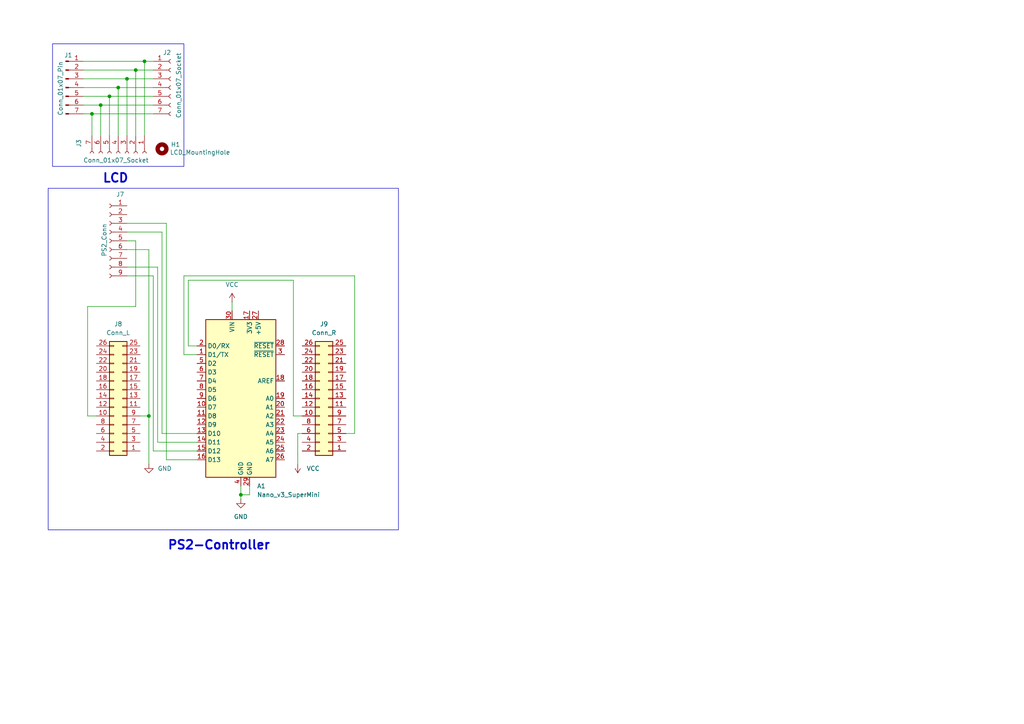
<source format=kicad_sch>
(kicad_sch (version 20250114) (generator "eeschema") (generator_version "9.0")
  (paper "A4")
  (lib_symbols
    (symbol "Connector:Conn_01x07_Pin" (pin_names (offset 1.016) (hide yes))
      (property "Reference" "J" (at 0 10.16 0))
      (property "Value" "Conn_01x07_Pin" (at 0 -10.16 0))
      (symbol "Conn_01x07_Pin_1_1"
        (rectangle (start 0.8636 7.747) (end 0 7.493) (stroke (width 0.1524)) (fill (type outline)))
        (rectangle (start 0.8636 5.207) (end 0 4.953) (stroke (width 0.1524)) (fill (type outline)))
        (rectangle (start 0.8636 2.667) (end 0 2.413) (stroke (width 0.1524)) (fill (type outline)))
        (rectangle (start 0.8636 0.127) (end 0 -0.127) (stroke (width 0.1524)) (fill (type outline)))
        (rectangle (start 0.8636 -2.413) (end 0 -2.667) (stroke (width 0.1524)) (fill (type outline)))
        (rectangle (start 0.8636 -4.953) (end 0 -5.207) (stroke (width 0.1524)) (fill (type outline)))
        (rectangle (start 0.8636 -7.493) (end 0 -7.747) (stroke (width 0.1524)) (fill (type outline)))
        (polyline (pts (xy 1.27 7.62) (xy 0.8636 7.62)) (stroke (width 0.1524)))
        (polyline (pts (xy 1.27 5.08) (xy 0.8636 5.08)) (stroke (width 0.1524)))
        (polyline (pts (xy 1.27 2.54) (xy 0.8636 2.54)) (stroke (width 0.1524)))
        (polyline (pts (xy 1.27 0) (xy 0.8636 0)) (stroke (width 0.1524)))
        (polyline (pts (xy 1.27 -2.54) (xy 0.8636 -2.54)) (stroke (width 0.1524)))
        (polyline (pts (xy 1.27 -5.08) (xy 0.8636 -5.08)) (stroke (width 0.1524)))
        (polyline (pts (xy 1.27 -7.62) (xy 0.8636 -7.62)) (stroke (width 0.1524)))
        (pin passive line (at 5.08 7.62 180) (length 3.81) (name "Pin_1") (number "1"))
        (pin passive line (at 5.08 5.08 180) (length 3.81) (name "Pin_2") (number "2"))
        (pin passive line (at 5.08 2.54 180) (length 3.81) (name "Pin_3") (number "3"))
        (pin passive line (at 5.08 0 180) (length 3.81) (name "Pin_4") (number "4"))
        (pin passive line (at 5.08 -2.54 180) (length 3.81) (name "Pin_5") (number "5"))
        (pin passive line (at 5.08 -5.08 180) (length 3.81) (name "Pin_6") (number "6"))
        (pin passive line (at 5.08 -7.62 180) (length 3.81) (name "Pin_7") (number "7"))
      )
    )
    (symbol "Connector:Conn_01x07_Socket" (pin_names (offset 1.016) (hide yes))
      (property "Reference" "J" (at 0 10.16 0))
      (property "Value" "Conn_01x07_Socket" (at 0 -10.16 0))
      (symbol "Conn_01x07_Socket_1_1"
        (polyline (pts (xy -1.27 7.62) (xy -0.508 7.62)) (stroke (width 0.1524)))
        (polyline (pts (xy -1.27 5.08) (xy -0.508 5.08)) (stroke (width 0.1524)))
        (polyline (pts (xy -1.27 2.54) (xy -0.508 2.54)) (stroke (width 0.1524)))
        (polyline (pts (xy -1.27 0) (xy -0.508 0)) (stroke (width 0.1524)))
        (polyline (pts (xy -1.27 -2.54) (xy -0.508 -2.54)) (stroke (width 0.1524)))
        (polyline (pts (xy -1.27 -5.08) (xy -0.508 -5.08)) (stroke (width 0.1524)))
        (polyline (pts (xy -1.27 -7.62) (xy -0.508 -7.62)) (stroke (width 0.1524)))
        (arc (start 0 7.112) (mid -0.5058 7.62) (end 0 8.128) (stroke (width 0.1524)))
        (arc (start 0 4.572) (mid -0.5058 5.08) (end 0 5.588) (stroke (width 0.1524)))
        (arc (start 0 2.032) (mid -0.5058 2.54) (end 0 3.048) (stroke (width 0.1524)))
        (arc (start 0 -0.508) (mid -0.5058 0) (end 0 0.508) (stroke (width 0.1524)))
        (arc (start 0 -3.048) (mid -0.5058 -2.54) (end 0 -2.032) (stroke (width 0.1524)))
        (arc (start 0 -5.588) (mid -0.5058 -5.08) (end 0 -4.572) (stroke (width 0.1524)))
        (arc (start 0 -8.128) (mid -0.5058 -7.62) (end 0 -7.112) (stroke (width 0.1524)))
        (pin passive line (at -5.08 7.62 0) (length 3.81) (name "Pin_1") (number "1"))
        (pin passive line (at -5.08 5.08 0) (length 3.81) (name "Pin_2") (number "2"))
        (pin passive line (at -5.08 2.54 0) (length 3.81) (name "Pin_3") (number "3"))
        (pin passive line (at -5.08 0 0) (length 3.81) (name "Pin_4") (number "4"))
        (pin passive line (at -5.08 -2.54 0) (length 3.81) (name "Pin_5") (number "5"))
        (pin passive line (at -5.08 -5.08 0) (length 3.81) (name "Pin_6") (number "6"))
        (pin passive line (at -5.08 -7.62 0) (length 3.81) (name "Pin_7") (number "7"))
      )
    )
    (symbol "Connector:Conn_01x09_Socket" (pin_names (offset 1.016) (hide yes))
      (property "Reference" "J" (at 0 12.7 0))
      (property "Value" "Conn_01x09_Socket" (at 0 -12.7 0))
      (symbol "Conn_01x09_Socket_1_1"
        (polyline (pts (xy -1.27 10.16) (xy -0.508 10.16)) (stroke (width 0.1524)))
        (polyline (pts (xy -1.27 7.62) (xy -0.508 7.62)) (stroke (width 0.1524)))
        (polyline (pts (xy -1.27 5.08) (xy -0.508 5.08)) (stroke (width 0.1524)))
        (polyline (pts (xy -1.27 2.54) (xy -0.508 2.54)) (stroke (width 0.1524)))
        (polyline (pts (xy -1.27 0) (xy -0.508 0)) (stroke (width 0.1524)))
        (polyline (pts (xy -1.27 -2.54) (xy -0.508 -2.54)) (stroke (width 0.1524)))
        (polyline (pts (xy -1.27 -5.08) (xy -0.508 -5.08)) (stroke (width 0.1524)))
        (polyline (pts (xy -1.27 -7.62) (xy -0.508 -7.62)) (stroke (width 0.1524)))
        (polyline (pts (xy -1.27 -10.16) (xy -0.508 -10.16)) (stroke (width 0.1524)))
        (arc (start 0 9.652) (mid -0.5058 10.16) (end 0 10.668) (stroke (width 0.1524)))
        (arc (start 0 7.112) (mid -0.5058 7.62) (end 0 8.128) (stroke (width 0.1524)))
        (arc (start 0 4.572) (mid -0.5058 5.08) (end 0 5.588) (stroke (width 0.1524)))
        (arc (start 0 2.032) (mid -0.5058 2.54) (end 0 3.048) (stroke (width 0.1524)))
        (arc (start 0 -0.508) (mid -0.5058 0) (end 0 0.508) (stroke (width 0.1524)))
        (arc (start 0 -3.048) (mid -0.5058 -2.54) (end 0 -2.032) (stroke (width 0.1524)))
        (arc (start 0 -5.588) (mid -0.5058 -5.08) (end 0 -4.572) (stroke (width 0.1524)))
        (arc (start 0 -8.128) (mid -0.5058 -7.62) (end 0 -7.112) (stroke (width 0.1524)))
        (arc (start 0 -10.668) (mid -0.5058 -10.16) (end 0 -9.652) (stroke (width 0.1524)))
        (pin passive line (at -5.08 10.16 0) (length 3.81) (name "Pin_1") (number "1"))
        (pin passive line (at -5.08 7.62 0) (length 3.81) (name "Pin_2") (number "2"))
        (pin passive line (at -5.08 5.08 0) (length 3.81) (name "Pin_3") (number "3"))
        (pin passive line (at -5.08 2.54 0) (length 3.81) (name "Pin_4") (number "4"))
        (pin passive line (at -5.08 0 0) (length 3.81) (name "Pin_5") (number "5"))
        (pin passive line (at -5.08 -2.54 0) (length 3.81) (name "Pin_6") (number "6"))
        (pin passive line (at -5.08 -5.08 0) (length 3.81) (name "Pin_7") (number "7"))
        (pin passive line (at -5.08 -7.62 0) (length 3.81) (name "Pin_8") (number "8"))
        (pin passive line (at -5.08 -10.16 0) (length 3.81) (name "Pin_9") (number "9"))
      )
    )
    (symbol "Connector_Generic:Conn_02x13_Odd_Even" (pin_names (offset 1.016) (hide yes))
      (property "Reference" "J" (at 1.27 17.78 0))
      (property "Value" "Conn_02x13_Odd_Even" (at 1.27 -17.78 0))
      (symbol "Conn_02x13_Odd_Even_1_1"
        (rectangle (start -1.27 16.51) (end 3.81 -16.51) (stroke (width 0.254)) (fill (type background)))
        (rectangle (start -1.27 15.367) (end 0 15.113) (stroke (width 0.1524)))
        (rectangle (start -1.27 12.827) (end 0 12.573) (stroke (width 0.1524)))
        (rectangle (start -1.27 10.287) (end 0 10.033) (stroke (width 0.1524)))
        (rectangle (start -1.27 7.747) (end 0 7.493) (stroke (width 0.1524)))
        (rectangle (start -1.27 5.207) (end 0 4.953) (stroke (width 0.1524)))
        (rectangle (start -1.27 2.667) (end 0 2.413) (stroke (width 0.1524)))
        (rectangle (start -1.27 0.127) (end 0 -0.127) (stroke (width 0.1524)))
        (rectangle (start -1.27 -2.413) (end 0 -2.667) (stroke (width 0.1524)))
        (rectangle (start -1.27 -4.953) (end 0 -5.207) (stroke (width 0.1524)))
        (rectangle (start -1.27 -7.493) (end 0 -7.747) (stroke (width 0.1524)))
        (rectangle (start -1.27 -10.033) (end 0 -10.287) (stroke (width 0.1524)))
        (rectangle (start -1.27 -12.573) (end 0 -12.827) (stroke (width 0.1524)))
        (rectangle (start -1.27 -15.113) (end 0 -15.367) (stroke (width 0.1524)))
        (rectangle (start 3.81 15.367) (end 2.54 15.113) (stroke (width 0.1524)))
        (rectangle (start 3.81 12.827) (end 2.54 12.573) (stroke (width 0.1524)))
        (rectangle (start 3.81 10.287) (end 2.54 10.033) (stroke (width 0.1524)))
        (rectangle (start 3.81 7.747) (end 2.54 7.493) (stroke (width 0.1524)))
        (rectangle (start 3.81 5.207) (end 2.54 4.953) (stroke (width 0.1524)))
        (rectangle (start 3.81 2.667) (end 2.54 2.413) (stroke (width 0.1524)))
        (rectangle (start 3.81 0.127) (end 2.54 -0.127) (stroke (width 0.1524)))
        (rectangle (start 3.81 -2.413) (end 2.54 -2.667) (stroke (width 0.1524)))
        (rectangle (start 3.81 -4.953) (end 2.54 -5.207) (stroke (width 0.1524)))
        (rectangle (start 3.81 -7.493) (end 2.54 -7.747) (stroke (width 0.1524)))
        (rectangle (start 3.81 -10.033) (end 2.54 -10.287) (stroke (width 0.1524)))
        (rectangle (start 3.81 -12.573) (end 2.54 -12.827) (stroke (width 0.1524)))
        (rectangle (start 3.81 -15.113) (end 2.54 -15.367) (stroke (width 0.1524)))
        (pin passive line (at -5.08 15.24 0) (length 3.81) (name "Pin_1") (number "1"))
        (pin passive line (at -5.08 12.7 0) (length 3.81) (name "Pin_3") (number "3"))
        (pin passive line (at -5.08 10.16 0) (length 3.81) (name "Pin_5") (number "5"))
        (pin passive line (at -5.08 7.62 0) (length 3.81) (name "Pin_7") (number "7"))
        (pin passive line (at -5.08 5.08 0) (length 3.81) (name "Pin_9") (number "9"))
        (pin passive line (at -5.08 2.54 0) (length 3.81) (name "Pin_11") (number "11"))
        (pin passive line (at -5.08 0 0) (length 3.81) (name "Pin_13") (number "13"))
        (pin passive line (at -5.08 -2.54 0) (length 3.81) (name "Pin_15") (number "15"))
        (pin passive line (at -5.08 -5.08 0) (length 3.81) (name "Pin_17") (number "17"))
        (pin passive line (at -5.08 -7.62 0) (length 3.81) (name "Pin_19") (number "19"))
        (pin passive line (at -5.08 -10.16 0) (length 3.81) (name "Pin_21") (number "21"))
        (pin passive line (at -5.08 -12.7 0) (length 3.81) (name "Pin_23") (number "23"))
        (pin passive line (at -5.08 -15.24 0) (length 3.81) (name "Pin_25") (number "25"))
        (pin passive line (at 7.62 15.24 180) (length 3.81) (name "Pin_2") (number "2"))
        (pin passive line (at 7.62 12.7 180) (length 3.81) (name "Pin_4") (number "4"))
        (pin passive line (at 7.62 10.16 180) (length 3.81) (name "Pin_6") (number "6"))
        (pin passive line (at 7.62 7.62 180) (length 3.81) (name "Pin_8") (number "8"))
        (pin passive line (at 7.62 5.08 180) (length 3.81) (name "Pin_10") (number "10"))
        (pin passive line (at 7.62 2.54 180) (length 3.81) (name "Pin_12") (number "12"))
        (pin passive line (at 7.62 0 180) (length 3.81) (name "Pin_14") (number "14"))
        (pin passive line (at 7.62 -2.54 180) (length 3.81) (name "Pin_16") (number "16"))
        (pin passive line (at 7.62 -5.08 180) (length 3.81) (name "Pin_18") (number "18"))
        (pin passive line (at 7.62 -7.62 180) (length 3.81) (name "Pin_20") (number "20"))
        (pin passive line (at 7.62 -10.16 180) (length 3.81) (name "Pin_22") (number "22"))
        (pin passive line (at 7.62 -12.7 180) (length 3.81) (name "Pin_24") (number "24"))
        (pin passive line (at 7.62 -15.24 180) (length 3.81) (name "Pin_26") (number "26"))
      )
    )
    (symbol "MCU_Module:Arduino_Nano_v3.x"
      (property "Reference" "A" (at -10.16 23.495 0))
      (property "Value" "Arduino_Nano_v3.x" (at 5.08 -24.13 0))
      (symbol "Arduino_Nano_v3.x_0_1"
        (rectangle (start -10.16 22.86) (end 10.16 -22.86) (stroke (width 0.254)) (fill (type background)))
      )
      (symbol "Arduino_Nano_v3.x_1_1"
        (pin bidirectional line (at -12.7 15.24 0) (length 2.54) (name "D0/RX") (number "2"))
        (pin bidirectional line (at -12.7 12.7 0) (length 2.54) (name "D1/TX") (number "1"))
        (pin bidirectional line (at -12.7 10.16 0) (length 2.54) (name "D2") (number "5"))
        (pin bidirectional line (at -12.7 7.62 0) (length 2.54) (name "D3") (number "6"))
        (pin bidirectional line (at -12.7 5.08 0) (length 2.54) (name "D4") (number "7"))
        (pin bidirectional line (at -12.7 2.54 0) (length 2.54) (name "D5") (number "8"))
        (pin bidirectional line (at -12.7 0 0) (length 2.54) (name "D6") (number "9"))
        (pin bidirectional line (at -12.7 -2.54 0) (length 2.54) (name "D7") (number "10"))
        (pin bidirectional line (at -12.7 -5.08 0) (length 2.54) (name "D8") (number "11"))
        (pin bidirectional line (at -12.7 -7.62 0) (length 2.54) (name "D9") (number "12"))
        (pin bidirectional line (at -12.7 -10.16 0) (length 2.54) (name "D10") (number "13"))
        (pin bidirectional line (at -12.7 -12.7 0) (length 2.54) (name "D11") (number "14"))
        (pin bidirectional line (at -12.7 -15.24 0) (length 2.54) (name "D12") (number "15"))
        (pin bidirectional line (at -12.7 -17.78 0) (length 2.54) (name "D13") (number "16"))
        (pin power_in line (at -2.54 25.4 270) (length 2.54) (name "VIN") (number "30"))
        (pin power_in line (at 0 -25.4 90) (length 2.54) (name "GND") (number "4"))
        (pin power_out line (at 2.54 25.4 270) (length 2.54) (name "3V3") (number "17"))
        (pin power_in line (at 2.54 -25.4 90) (length 2.54) (name "GND") (number "29"))
        (pin power_out line (at 5.08 25.4 270) (length 2.54) (name "+5V") (number "27"))
        (pin input line (at 12.7 15.24 180) (length 2.54) (name "~{RESET}") (number "28"))
        (pin input line (at 12.7 12.7 180) (length 2.54) (name "~{RESET}") (number "3"))
        (pin input line (at 12.7 5.08 180) (length 2.54) (name "AREF") (number "18"))
        (pin bidirectional line (at 12.7 0 180) (length 2.54) (name "A0") (number "19"))
        (pin bidirectional line (at 12.7 -2.54 180) (length 2.54) (name "A1") (number "20"))
        (pin bidirectional line (at 12.7 -5.08 180) (length 2.54) (name "A2") (number "21"))
        (pin bidirectional line (at 12.7 -7.62 180) (length 2.54) (name "A3") (number "22"))
        (pin bidirectional line (at 12.7 -10.16 180) (length 2.54) (name "A4") (number "23"))
        (pin bidirectional line (at 12.7 -12.7 180) (length 2.54) (name "A5") (number "24"))
        (pin bidirectional line (at 12.7 -15.24 180) (length 2.54) (name "A6") (number "25"))
        (pin bidirectional line (at 12.7 -17.78 180) (length 2.54) (name "A7") (number "26"))
      )
    )
    (symbol "Mechanical:MountingHole" (pin_names (offset 1.016)) (in_bom no)
      (property "Reference" "H" (at 0 5.08 0))
      (property "Value" "MountingHole" (at 0 3.175 0))
      (symbol "MountingHole_0_1"
        (circle (center 0 0) (radius 1.27) (stroke (width 1.27)))
      )
    )
    (symbol "power:GND" (power) (pin_numbers (hide yes)) (pin_names (offset 0) (hide yes))
      (property "Value" "GND" (at 0 -3.81 0))
      (symbol "GND_0_1"
        (polyline (pts (xy 0 0) (xy 0 -1.27) (xy 1.27 -1.27) (xy 0 -2.54) (xy -1.27 -1.27) (xy 0 -1.27)))
      )
      (symbol "GND_1_1"
        (pin power_in line (at 0 0 270) (length 0) (name "~") (number "1"))
      )
    )
    (symbol "power:VCC" (power) (pin_numbers (hide yes)) (pin_names (offset 0) (hide yes))
      (property "Value" "VCC" (at 0 3.556 0))
      (symbol "VCC_0_1"
        (polyline (pts (xy -0.762 1.27) (xy 0 2.54)))
        (polyline (pts (xy 0 2.54) (xy 0.762 1.27)))
        (polyline (pts (xy 0 0) (xy 0 2.54)))
      )
      (symbol "VCC_1_1"
        (pin power_in line (at 0 0 90) (length 0) (name "~") (number "1"))
      )
    )
  )
  (rectangle (start 13.97 54.61) (end 115.57 153.67))
  (rectangle (start 15.24 12.7) (end 53.34 48.26))
  (text "LCD" (at 33.528 51.816 0) (effects (font (size 2.54 2.54) (thickness 0.508) (bold yes))))
  (text "PS2-Controller" (at 63.5 158.242 0) (effects (font (size 2.54 2.54) (thickness 0.508) (bold yes))))
  (junction (at 41.91 17.78))
  (junction (at 69.85 143.51))
  (junction (at 31.75 27.94))
  (junction (at 34.29 25.4))
  (junction (at 26.67 33.02))
  (junction (at 43.18 120.65))
  (junction (at 36.83 22.86))
  (junction (at 39.37 20.32))
  (junction (at 29.21 30.48))
  (wire (pts (xy 48.26 64.77) (xy 36.83 64.77)))
  (wire (pts (xy 86.36 125.73) (xy 86.36 134.62)))
  (wire (pts (xy 45.72 128.27) (xy 45.72 77.47)))
  (wire (pts (xy 44.45 80.01) (xy 36.83 80.01)))
  (wire (pts (xy 85.09 120.65) (xy 85.09 81.28)))
  (wire (pts (xy 48.26 133.35) (xy 48.26 64.77)))
  (wire (pts (xy 85.09 120.65) (xy 87.63 120.65)))
  (wire (pts (xy 31.75 27.94) (xy 31.75 39.37)))
  (wire (pts (xy 24.13 22.86) (xy 36.83 22.86)))
  (wire (pts (xy 34.29 25.4) (xy 34.29 39.37)))
  (wire (pts (xy 40.64 120.65) (xy 43.18 120.65)))
  (wire (pts (xy 39.37 20.32) (xy 39.37 39.37)))
  (wire (pts (xy 85.09 81.28) (xy 54.61 81.28)))
  (wire (pts (xy 39.37 69.85) (xy 39.37 88.9)))
  (wire (pts (xy 100.33 125.73) (xy 102.87 125.73)))
  (wire (pts (xy 39.37 20.32) (xy 44.45 20.32)))
  (wire (pts (xy 57.15 130.81) (xy 44.45 130.81)))
  (wire (pts (xy 41.91 17.78) (xy 41.91 39.37)))
  (wire (pts (xy 26.67 33.02) (xy 44.45 33.02)))
  (wire (pts (xy 53.34 80.01) (xy 53.34 102.87)))
  (wire (pts (xy 24.13 17.78) (xy 41.91 17.78)))
  (wire (pts (xy 29.21 30.48) (xy 29.21 39.37)))
  (wire (pts (xy 87.63 125.73) (xy 86.36 125.73)))
  (wire (pts (xy 102.87 125.73) (xy 102.87 80.01)))
  (wire (pts (xy 31.75 27.94) (xy 44.45 27.94)))
  (wire (pts (xy 67.31 87.63) (xy 67.31 90.17)))
  (wire (pts (xy 24.13 30.48) (xy 29.21 30.48)))
  (wire (pts (xy 36.83 22.86) (xy 36.83 39.37)))
  (wire (pts (xy 53.34 80.01) (xy 102.87 80.01)))
  (wire (pts (xy 57.15 128.27) (xy 45.72 128.27)))
  (wire (pts (xy 39.37 69.85) (xy 36.83 69.85)))
  (wire (pts (xy 25.4 88.9) (xy 25.4 120.65)))
  (wire (pts (xy 24.13 33.02) (xy 26.67 33.02)))
  (wire (pts (xy 39.37 88.9) (xy 25.4 88.9)))
  (wire (pts (xy 26.67 33.02) (xy 26.67 39.37)))
  (wire (pts (xy 72.39 143.51) (xy 69.85 143.51)))
  (wire (pts (xy 72.39 140.97) (xy 72.39 143.51)))
  (wire (pts (xy 24.13 25.4) (xy 34.29 25.4)))
  (wire (pts (xy 54.61 81.28) (xy 54.61 100.33)))
  (wire (pts (xy 69.85 143.51) (xy 69.85 144.78)))
  (wire (pts (xy 69.85 140.97) (xy 69.85 143.51)))
  (wire (pts (xy 44.45 130.81) (xy 44.45 80.01)))
  (wire (pts (xy 29.21 30.48) (xy 44.45 30.48)))
  (wire (pts (xy 41.91 17.78) (xy 44.45 17.78)))
  (wire (pts (xy 57.15 125.73) (xy 46.99 125.73)))
  (wire (pts (xy 24.13 27.94) (xy 31.75 27.94)))
  (wire (pts (xy 57.15 133.35) (xy 48.26 133.35)))
  (wire (pts (xy 46.99 67.31) (xy 36.83 67.31)))
  (wire (pts (xy 34.29 25.4) (xy 44.45 25.4)))
  (wire (pts (xy 43.18 120.65) (xy 43.18 134.62)))
  (wire (pts (xy 43.18 72.39) (xy 43.18 120.65)))
  (wire (pts (xy 36.83 22.86) (xy 44.45 22.86)))
  (wire (pts (xy 54.61 100.33) (xy 57.15 100.33)))
  (wire (pts (xy 27.94 120.65) (xy 25.4 120.65)))
  (wire (pts (xy 43.18 72.39) (xy 36.83 72.39)))
  (wire (pts (xy 45.72 77.47) (xy 36.83 77.47)))
  (wire (pts (xy 53.34 102.87) (xy 57.15 102.87)))
  (wire (pts (xy 46.99 125.73) (xy 46.99 67.31)))
  (wire (pts (xy 24.13 20.32) (xy 39.37 20.32)))
  (symbol (lib_id "Connector:Conn_01x07_Socket") (at 34.29 44.45 270) (unit 1)
    (property "Reference" "J3" (at 22.86 40.386 0) (effects (justify left)))
    (property "Value" "Conn_01x07_Socket" (at 24.13 46.482 90) (effects (justify left)))
    (property "Footprint" "Connector_PinSocket_2.54mm:PinSocket_1x07_P2.54mm_Vertical_SMD_Pin1Left" (effects (hide yes)))
    (property "Description" "Generic connector, single row, 01x07, script generated" (effects (hide yes)))
  )
  (symbol (lib_id "MCU_Module:Arduino_Nano_v3.x") (at 69.85 115.57 0) (unit 1)
    (property "Reference" "A1" (at 74.5333 140.97 0) (effects (justify left)))
    (property "Value" "Nano_v3_SuperMini" (at 74.5333 143.51 0) (effects (justify left)))
    (property "Footprint" "WsCK_Footprint_Library:Nano_V3_SuperMini" (effects (hide yes)))
    (property "Datasheet" "https://pl.aliexpress.com/item/1005006468917096.html" (effects (hide yes)))
    (property "Description" "Arduino Nano v3.x" (effects (hide yes)))
  )
  (symbol (lib_id "Connector:Conn_01x09_Socket") (at 31.75 69.85 0) (mirror y) (unit 1)
    (property "Reference" "J7" (at 36.068 56.388 0) (effects (justify left)))
    (property "Value" "PS2_Conn" (at 30.226 74.422 90) (effects (justify left)))
    (property "Footprint" "WsCK_Footprint_Library:PS2_Controller_Conn" (effects (hide yes)))
    (property "Description" "Generic connector, single row, 01x09, script generated" (effects (hide yes)))
  )
  (symbol (lib_id "Connector_Generic:Conn_02x13_Odd_Even") (at 35.56 115.57 180) (unit 1)
    (property "Reference" "J8" (at 34.29 93.98 0))
    (property "Value" "Conn_L" (at 34.29 96.52 0))
    (property "Footprint" "Connector_PinHeader_2.54mm:PinHeader_2x13_P2.54mm_Vertical" (effects (hide yes)))
    (property "Description" "Generic connector, double row, 02x13, odd/even pin numbering scheme (row 1 odd numbers, row 2 even numbers), script generated (kicad-library-utils/schlib/autogen/connector/)" (effects (hide yes)))
  )
  (symbol (lib_id "power:GND") (at 69.85 144.78 0) (unit 1)
    (property "Reference" "#PWR02" (effects (hide yes)))
    (property "Value" "GND" (at 69.85 149.86 0))
    (property "Description" "Power symbol creates a global label with name \"GND\" , ground" (effects (hide yes)))
  )
  (symbol (lib_id "power:GND") (at 43.18 134.62 0) (unit 1)
    (property "Reference" "#PWR01" (effects (hide yes)))
    (property "Value" "GND" (at 45.72 135.8899 0) (effects (justify left)))
    (property "Description" "Power symbol creates a global label with name \"GND\" , ground" (effects (hide yes)))
  )
  (symbol (lib_id "Connector:Conn_01x07_Socket") (at 49.53 25.4 0) (unit 1)
    (property "Reference" "J2" (at 47.244 15.24 0) (effects (justify left)))
    (property "Value" "Conn_01x07_Socket" (at 51.816 34.29 90) (effects (justify left)))
    (property "Footprint" "Connector_PinSocket_2.54mm:PinSocket_1x07_P2.54mm_Vertical" (effects (hide yes)))
    (property "Description" "Generic connector, single row, 01x07, script generated" (effects (hide yes)))
  )
  (symbol (lib_id "power:VCC") (at 67.31 87.63 0) (unit 1)
    (property "Reference" "#PWR04" (effects (hide yes)))
    (property "Value" "VCC" (at 67.31 82.55 0))
    (property "Description" "Power symbol creates a global label with name \"VCC\"" (effects (hide yes)))
  )
  (symbol (lib_id "Mechanical:MountingHole") (at 46.99 43.18 0) (unit 1) (in_bom no)
    (property "Reference" "H1" (at 49.53 41.9099 0) (effects (justify left)))
    (property "Value" "LCD_MountingHole" (at 49.276 44.196 0) (effects (justify left)))
    (property "Footprint" "MountingHole:MountingHole_2.2mm_M2" (effects (hide yes)))
    (property "Description" "Mounting Hole without connection" (effects (hide yes)))
  )
  (symbol (lib_id "Connector:Conn_01x07_Pin") (at 19.05 25.4 0) (unit 1)
    (property "Reference" "J1" (at 19.812 16.002 0))
    (property "Value" "Conn_01x07_Pin" (at 17.526 25.654 90))
    (property "Footprint" "Connector_PinHeader_2.54mm:PinHeader_1x07_P2.54mm_Vertical" (effects (hide yes)))
    (property "Description" "Generic connector, single row, 01x07, script generated" (effects (hide yes)))
  )
  (symbol (lib_id "power:VCC") (at 86.36 134.62 180) (unit 1)
    (property "Reference" "#PWR03" (effects (hide yes)))
    (property "Value" "VCC" (at 88.9 135.8899 0) (effects (justify right)))
    (property "Description" "Power symbol creates a global label with name \"VCC\"" (effects (hide yes)))
  )
  (symbol (lib_id "Connector_Generic:Conn_02x13_Odd_Even") (at 95.25 115.57 180) (unit 1)
    (property "Reference" "J9" (at 93.98 93.9818 0))
    (property "Value" "Conn_R" (at 93.98 96.5218 0))
    (property "Footprint" "Connector_PinHeader_2.54mm:PinHeader_2x13_P2.54mm_Vertical" (effects (hide yes)))
    (property "Description" "Generic connector, double row, 02x13, odd/even pin numbering scheme (row 1 odd numbers, row 2 even numbers), script generated (kicad-library-utils/schlib/autogen/connector/)" (effects (hide yes)))
  )
)
</source>
